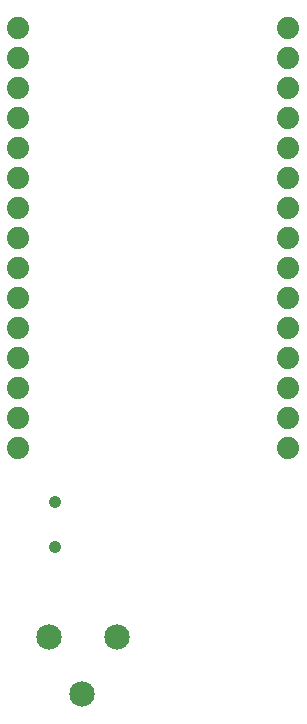
<source format=gbs>
G75*
%MOIN*%
%OFA0B0*%
%FSLAX25Y25*%
%IPPOS*%
%LPD*%
%AMOC8*
5,1,8,0,0,1.08239X$1,22.5*
%
%ADD10C,0.07400*%
%ADD11C,0.08477*%
%ADD12C,0.04146*%
D10*
X0026095Y0096400D03*
X0026095Y0106400D03*
X0026095Y0116400D03*
X0026095Y0126400D03*
X0026095Y0136400D03*
X0026095Y0146400D03*
X0026095Y0156400D03*
X0026095Y0166400D03*
X0026095Y0176400D03*
X0026095Y0186400D03*
X0026095Y0196400D03*
X0026095Y0206400D03*
X0026095Y0216400D03*
X0026095Y0226400D03*
X0026095Y0236400D03*
X0116095Y0236400D03*
X0116095Y0226400D03*
X0116095Y0216400D03*
X0116095Y0206400D03*
X0116095Y0196400D03*
X0116095Y0186400D03*
X0116095Y0176400D03*
X0116095Y0166400D03*
X0116095Y0156400D03*
X0116095Y0146400D03*
X0116095Y0136400D03*
X0116095Y0126400D03*
X0116095Y0116400D03*
X0116095Y0106400D03*
X0116095Y0096400D03*
D11*
X0036198Y0033400D03*
X0047221Y0014502D03*
X0059032Y0033400D03*
D12*
X0038357Y0063420D03*
X0038357Y0078380D03*
M02*

</source>
